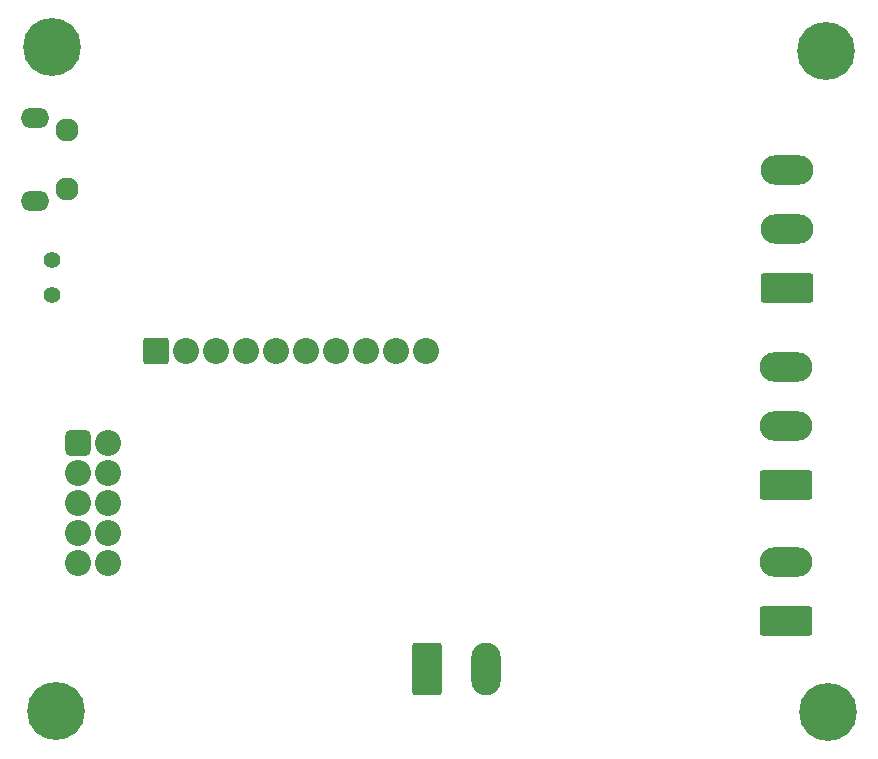
<source format=gbr>
%TF.GenerationSoftware,KiCad,Pcbnew,(6.0.5)*%
%TF.CreationDate,2022-05-23T21:52:17-04:00*%
%TF.ProjectId,HVAC_STM32_Motor_Controller,48564143-5f53-4544-9d33-325f4d6f746f,rev?*%
%TF.SameCoordinates,Original*%
%TF.FileFunction,Soldermask,Bot*%
%TF.FilePolarity,Negative*%
%FSLAX46Y46*%
G04 Gerber Fmt 4.6, Leading zero omitted, Abs format (unit mm)*
G04 Created by KiCad (PCBNEW (6.0.5)) date 2022-05-23 21:52:17*
%MOMM*%
%LPD*%
G01*
G04 APERTURE LIST*
G04 Aperture macros list*
%AMRoundRect*
0 Rectangle with rounded corners*
0 $1 Rounding radius*
0 $2 $3 $4 $5 $6 $7 $8 $9 X,Y pos of 4 corners*
0 Add a 4 corners polygon primitive as box body*
4,1,4,$2,$3,$4,$5,$6,$7,$8,$9,$2,$3,0*
0 Add four circle primitives for the rounded corners*
1,1,$1+$1,$2,$3*
1,1,$1+$1,$4,$5*
1,1,$1+$1,$6,$7*
1,1,$1+$1,$8,$9*
0 Add four rect primitives between the rounded corners*
20,1,$1+$1,$2,$3,$4,$5,0*
20,1,$1+$1,$4,$5,$6,$7,0*
20,1,$1+$1,$6,$7,$8,$9,0*
20,1,$1+$1,$8,$9,$2,$3,0*%
G04 Aperture macros list end*
%ADD10RoundRect,0.504000X-0.600000X-0.600000X0.600000X-0.600000X0.600000X0.600000X-0.600000X0.600000X0*%
%ADD11C,2.208000*%
%ADD12C,4.908000*%
%ADD13RoundRect,0.254000X1.980000X-0.990000X1.980000X0.990000X-1.980000X0.990000X-1.980000X-0.990000X0*%
%ADD14O,4.468000X2.488000*%
%ADD15C,1.408000*%
%ADD16O,2.408000X1.708000*%
%ADD17C,1.958000*%
%ADD18RoundRect,0.254000X-0.990000X-1.980000X0.990000X-1.980000X0.990000X1.980000X-0.990000X1.980000X0*%
%ADD19O,2.488000X4.468000*%
%ADD20RoundRect,0.254000X0.850000X-0.850000X0.850000X0.850000X-0.850000X0.850000X-0.850000X-0.850000X0*%
%ADD21O,2.208000X2.208000*%
G04 APERTURE END LIST*
D10*
%TO.C,J1*%
X104972500Y-101370000D03*
D11*
X107512500Y-101370000D03*
X104972500Y-103910000D03*
X107512500Y-103910000D03*
X104972500Y-106450000D03*
X107512500Y-106450000D03*
X104972500Y-108990000D03*
X107512500Y-108990000D03*
X104972500Y-111530000D03*
X107512500Y-111530000D03*
%TD*%
D12*
%TO.C,H2*%
X168300000Y-68100000D03*
%TD*%
D13*
%TO.C,J9*%
X164900000Y-116400000D03*
D14*
X164900000Y-111400000D03*
%TD*%
D15*
%TO.C,SW1*%
X102770000Y-88800000D03*
X102770000Y-85800000D03*
%TD*%
D16*
%TO.C,J5*%
X101362500Y-80825000D03*
X101362500Y-73825000D03*
D17*
X104062500Y-79825000D03*
X104062500Y-74825000D03*
%TD*%
D12*
%TO.C,H3*%
X168500000Y-124100000D03*
%TD*%
D18*
%TO.C,J3*%
X134535000Y-120500000D03*
D19*
X139535000Y-120500000D03*
%TD*%
D12*
%TO.C,H4*%
X103100000Y-124000000D03*
%TD*%
D13*
%TO.C,J4*%
X164920000Y-104890000D03*
D14*
X164920000Y-99890000D03*
X164920000Y-94890000D03*
%TD*%
D13*
%TO.C,J6*%
X165010000Y-88195000D03*
D14*
X165010000Y-83195000D03*
X165010000Y-78195000D03*
%TD*%
D20*
%TO.C,J2*%
X111575000Y-93500000D03*
D21*
X114115000Y-93500000D03*
X116655000Y-93500000D03*
X119195000Y-93500000D03*
X121735000Y-93500000D03*
X124275000Y-93500000D03*
X126815000Y-93500000D03*
X129355000Y-93500000D03*
X131895000Y-93500000D03*
X134435000Y-93500000D03*
%TD*%
D12*
%TO.C,H1*%
X102800000Y-67800000D03*
%TD*%
M02*

</source>
